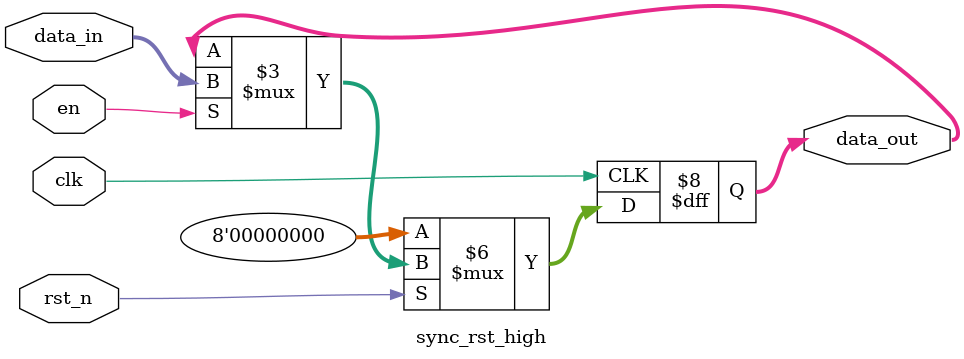
<source format=sv>
module sync_rst_high #(parameter DATA_WIDTH=8) (
    input wire clk,
    input wire rst_n,
    input wire en,
    input wire [DATA_WIDTH-1:0] data_in,
    output reg [DATA_WIDTH-1:0] data_out
);
always @(posedge clk) begin
    if (!rst_n)
        data_out <= {DATA_WIDTH{1'b0}};
    else if (en)
        data_out <= data_in;
end
endmodule

</source>
